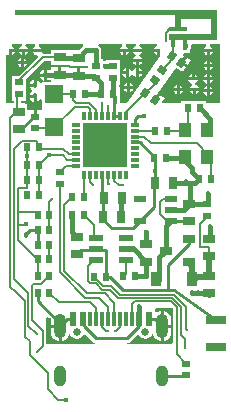
<source format=gtl>
G04*
G04 #@! TF.GenerationSoftware,Altium Limited,Altium Designer,20.1.11 (218)*
G04*
G04 Layer_Physical_Order=1*
G04 Layer_Color=255*
%FSLAX25Y25*%
%MOIN*%
G70*
G04*
G04 #@! TF.SameCoordinates,01B7F1E6-864A-458B-A1BD-962147C64F84*
G04*
G04*
G04 #@! TF.FilePolarity,Positive*
G04*
G01*
G75*
%ADD10R,0.02756X0.02362*%
%ADD11R,0.07000X0.03000*%
%ADD12R,0.02362X0.04528*%
%ADD13R,0.01181X0.04528*%
G04:AMPARAMS|DCode=14|XSize=23.62mil|YSize=27.56mil|CornerRadius=0mil|HoleSize=0mil|Usage=FLASHONLY|Rotation=145.000|XOffset=0mil|YOffset=0mil|HoleType=Round|Shape=Rectangle|*
%AMROTATEDRECTD14*
4,1,4,0.01758,0.00451,0.00177,-0.01806,-0.01758,-0.00451,-0.00177,0.01806,0.01758,0.00451,0.0*
%
%ADD14ROTATEDRECTD14*%

%ADD15R,0.03937X0.03150*%
%ADD16R,0.03543X0.04724*%
%ADD17R,0.03543X0.04724*%
%ADD18R,0.02362X0.02756*%
%ADD19R,0.01181X0.03150*%
%ADD20R,0.03150X0.01181*%
%ADD21R,0.14764X0.14764*%
G04:AMPARAMS|DCode=22|XSize=23.62mil|YSize=39.37mil|CornerRadius=1.18mil|HoleSize=0mil|Usage=FLASHONLY|Rotation=90.000|XOffset=0mil|YOffset=0mil|HoleType=Round|Shape=RoundedRectangle|*
%AMROUNDEDRECTD22*
21,1,0.02362,0.03701,0,0,90.0*
21,1,0.02126,0.03937,0,0,90.0*
1,1,0.00236,0.01850,0.01063*
1,1,0.00236,0.01850,-0.01063*
1,1,0.00236,-0.01850,-0.01063*
1,1,0.00236,-0.01850,0.01063*
%
%ADD22ROUNDEDRECTD22*%
%ADD23R,0.04724X0.02362*%
%ADD24R,0.03150X0.03937*%
%ADD25R,0.03937X0.02362*%
%ADD26R,0.04331X0.05118*%
G04:AMPARAMS|DCode=27|XSize=23.62mil|YSize=27.56mil|CornerRadius=0mil|HoleSize=0mil|Usage=FLASHONLY|Rotation=55.000|XOffset=0mil|YOffset=0mil|HoleType=Round|Shape=Rectangle|*
%AMROTATEDRECTD27*
4,1,4,0.00451,-0.01758,-0.01806,-0.00177,-0.00451,0.01758,0.01806,0.00177,0.00451,-0.01758,0.0*
%
%ADD27ROTATEDRECTD27*%

%ADD28R,0.05906X0.05906*%
%ADD53C,0.00800*%
%ADD54C,0.00500*%
%ADD55C,0.01000*%
%ADD56C,0.01500*%
%ADD57C,0.02000*%
%ADD58C,0.00787*%
%ADD59R,0.01500X0.05518*%
%ADD60R,0.01500X0.04426*%
%ADD61O,0.03937X0.07087*%
%ADD62C,0.02559*%
%ADD63O,0.03937X0.08268*%
%ADD64C,0.01181*%
%ADD65C,0.01500*%
%ADD66C,0.01800*%
G36*
X77500Y133500D02*
Y127500D01*
Y126500D01*
X61526D01*
Y128500D01*
X75500D01*
Y133500D01*
X65500D01*
Y130895D01*
X67402D01*
Y129395D01*
X61402D01*
Y130895D01*
X63500D01*
Y133500D01*
Y134699D01*
X10000D01*
Y136500D01*
X77500D01*
Y133500D01*
D02*
G37*
G36*
X12339Y125000D02*
X12388Y124500D01*
X12379Y124498D01*
X11853Y124147D01*
X11502Y123621D01*
X11478Y123500D01*
X14522D01*
X14498Y123621D01*
X14147Y124147D01*
X13621Y124498D01*
X13612Y124500D01*
X13661Y125000D01*
X16839D01*
X16888Y124500D01*
X16879Y124498D01*
X16353Y124147D01*
X16002Y123621D01*
X15978Y123500D01*
X19022D01*
X18998Y123621D01*
X18647Y124147D01*
X18121Y124498D01*
X18112Y124500D01*
X18161Y125000D01*
X32693D01*
X32845Y124500D01*
X32701Y124404D01*
X32701Y124404D01*
X31420Y123123D01*
X28400D01*
X28400Y123123D01*
X27987Y123278D01*
Y123278D01*
X27964Y123278D01*
X22050D01*
Y121978D01*
X19359D01*
X19327Y121972D01*
X18998Y122379D01*
X19022Y122500D01*
X15978D01*
X16002Y122379D01*
X16353Y121853D01*
X16879Y121502D01*
X17500Y121378D01*
X17530Y121384D01*
X17776Y120923D01*
X11350Y114497D01*
X9093D01*
Y110135D01*
Y106198D01*
X9696D01*
Y105449D01*
X7000D01*
X7000Y121534D01*
X7034Y121564D01*
X7500Y121755D01*
X7879Y121502D01*
X8000Y121478D01*
Y123000D01*
X8500D01*
Y123500D01*
X10022D01*
X9998Y123621D01*
X9647Y124147D01*
X9121Y124498D01*
X9112Y124500D01*
X9161Y125000D01*
X12339D01*
D02*
G37*
G36*
X73839Y125000D02*
X73888Y124500D01*
X73879Y124498D01*
X73353Y124147D01*
X73002Y123621D01*
X72978Y123500D01*
X76022D01*
X75998Y123621D01*
X75647Y124147D01*
X75121Y124498D01*
X75112Y124500D01*
X75161Y125000D01*
X78500D01*
X78500Y105449D01*
X73949D01*
Y106208D01*
X65649D01*
Y105449D01*
X59397D01*
X59166Y105893D01*
X60001Y107086D01*
X58624Y108050D01*
X57260Y106102D01*
X56441Y106675D01*
X57963Y108849D01*
X57944Y108961D01*
X63933Y117254D01*
X66039Y115779D01*
X67116Y117318D01*
X65329Y118569D01*
X65616Y118978D01*
X65326Y119182D01*
X65902Y119980D01*
X65758Y120053D01*
X66571Y121213D01*
X66189Y121480D01*
X66346Y121980D01*
X67612D01*
X68002Y122058D01*
X68333Y122279D01*
X68554Y122610D01*
X68631Y123000D01*
Y123521D01*
X68790Y123759D01*
X68937Y124500D01*
X68915Y124613D01*
X69232Y125000D01*
X73839D01*
D02*
G37*
G36*
X22050Y118129D02*
X27987D01*
X27987Y118129D01*
X28329Y118000D01*
X28400D01*
Y117973D01*
X34337D01*
Y117973D01*
X34622Y117856D01*
Y117599D01*
X34170Y117217D01*
X31868D01*
Y114643D01*
X30869D01*
Y117217D01*
X28400D01*
X28400Y117217D01*
X27987Y117373D01*
Y117373D01*
X27964Y117373D01*
X25518D01*
Y114798D01*
X24518D01*
Y117373D01*
X22050D01*
Y116582D01*
X20952D01*
X20943Y116588D01*
X20702Y116636D01*
Y114798D01*
Y112960D01*
X20943Y113008D01*
X20952Y113014D01*
X22050D01*
Y112346D01*
X19154D01*
Y112255D01*
X18654Y112202D01*
X18234Y112830D01*
X17606Y113250D01*
X17365Y113298D01*
Y111461D01*
X16865D01*
Y110961D01*
X15027D01*
X15075Y110719D01*
X15495Y110091D01*
X15837Y109862D01*
Y109261D01*
X15495Y109032D01*
X15075Y108404D01*
X15027Y108163D01*
X16865D01*
Y107663D01*
X17365D01*
Y105825D01*
X17606Y105873D01*
X18234Y106293D01*
X18500Y106690D01*
X19000Y106539D01*
Y103100D01*
X17365D01*
Y100919D01*
X16364D01*
Y103100D01*
X14487D01*
X14301Y103523D01*
Y105177D01*
X13500D01*
Y105449D01*
X12245D01*
Y106198D01*
X13849D01*
Y110135D01*
Y112349D01*
Y113391D01*
X19886Y119429D01*
X22050D01*
Y118129D01*
D02*
G37*
G36*
X45839Y125000D02*
X45888Y124500D01*
X45879Y124498D01*
X45353Y124147D01*
X45002Y123621D01*
X44978Y123500D01*
X48022D01*
X47998Y123621D01*
X47647Y124147D01*
X47121Y124498D01*
X47112Y124500D01*
X47161Y125000D01*
X50339D01*
X50388Y124500D01*
X50379Y124498D01*
X49853Y124147D01*
X49502Y123621D01*
X49478Y123500D01*
X52522D01*
X52498Y123621D01*
X52147Y124147D01*
X51621Y124498D01*
X51612Y124500D01*
X51661Y125000D01*
X57339D01*
X57388Y124500D01*
X57379Y124498D01*
X56853Y124147D01*
X56502Y123621D01*
X56478Y123500D01*
X58000D01*
Y123000D01*
X58500D01*
Y121157D01*
X58608Y120990D01*
X47614Y105449D01*
X45071D01*
X45029Y105500D01*
Y106040D01*
X45064D01*
Y110795D01*
X44667D01*
Y111552D01*
X45232D01*
Y115489D01*
Y119851D01*
X40476D01*
Y119455D01*
X40117D01*
X39906Y119413D01*
X39520Y119730D01*
Y120089D01*
X38831D01*
Y123000D01*
X38695Y123683D01*
X38309Y124262D01*
X38167Y124356D01*
X38120Y124404D01*
X37975Y124500D01*
X38127Y125000D01*
X45839Y125000D01*
D02*
G37*
G36*
X62726Y36972D02*
Y25725D01*
X62000Y25000D01*
X47697D01*
X47648Y25500D01*
X48085Y25587D01*
X48581Y25919D01*
X50578Y27915D01*
X50583Y27919D01*
X50936Y28271D01*
X51492Y28120D01*
X51917Y27485D01*
X52671Y26981D01*
X53561Y26804D01*
X54450Y26981D01*
X55204Y27485D01*
X55708Y28238D01*
X55753Y28467D01*
X56260Y28450D01*
X56299Y28156D01*
X56598Y27434D01*
X57073Y26814D01*
X57693Y26338D01*
X58416Y26039D01*
X58691Y26003D01*
Y31097D01*
Y36190D01*
X58416Y36154D01*
X57693Y35855D01*
X57462Y35677D01*
X56962Y35924D01*
Y36624D01*
X57262Y37000D01*
X62698D01*
X62726Y36972D01*
D02*
G37*
G36*
X21500Y33971D02*
X21777Y34026D01*
X22229Y33627D01*
X22181Y33262D01*
Y31596D01*
X25175D01*
Y31096D01*
X25675D01*
Y26003D01*
X25950Y26039D01*
X26672Y26338D01*
X27292Y26814D01*
X27768Y27434D01*
X28067Y28156D01*
X28106Y28450D01*
X28612Y28467D01*
X28657Y28238D01*
X29161Y27485D01*
X29915Y26981D01*
X30805Y26804D01*
X31694Y26981D01*
X32448Y27485D01*
X32928Y28202D01*
X33026Y28279D01*
X33434Y28403D01*
X35919Y25919D01*
X36415Y25587D01*
X36852Y25500D01*
X36803Y25000D01*
X20645D01*
Y29629D01*
X20548Y30117D01*
X20500Y30189D01*
Y33809D01*
X21000Y34070D01*
X21500Y33971D01*
D02*
G37*
%LPC*%
G36*
X14522Y122500D02*
X13500D01*
Y121478D01*
X13621Y121502D01*
X14147Y121853D01*
X14498Y122379D01*
X14522Y122500D01*
D02*
G37*
G36*
X12500D02*
X11478D01*
X11502Y122379D01*
X11853Y121853D01*
X12379Y121502D01*
X12500Y121478D01*
Y122500D01*
D02*
G37*
G36*
X10022D02*
X9000D01*
Y121478D01*
X9121Y121502D01*
X9647Y121853D01*
X9998Y122379D01*
X10022Y122500D01*
D02*
G37*
G36*
X13000Y120522D02*
Y119500D01*
X14022D01*
X13998Y119621D01*
X13647Y120147D01*
X13121Y120498D01*
X13000Y120522D01*
D02*
G37*
G36*
X12000D02*
X11879Y120498D01*
X11353Y120147D01*
X11002Y119621D01*
X10978Y119500D01*
X12000D01*
Y120522D01*
D02*
G37*
G36*
X14022Y118500D02*
X13000D01*
Y117478D01*
X13121Y117502D01*
X13647Y117853D01*
X13998Y118379D01*
X14022Y118500D01*
D02*
G37*
G36*
X12000D02*
X10978D01*
X11002Y118379D01*
X11353Y117853D01*
X11879Y117502D01*
X12000Y117478D01*
Y118500D01*
D02*
G37*
G36*
X76022Y122500D02*
X75000D01*
Y121478D01*
X75121Y121502D01*
X75647Y121853D01*
X75998Y122379D01*
X76022Y122500D01*
D02*
G37*
G36*
X74000D02*
X72978D01*
X73002Y122379D01*
X73353Y121853D01*
X73879Y121502D01*
X74000Y121478D01*
Y122500D01*
D02*
G37*
G36*
X75000Y119522D02*
Y118500D01*
X76022D01*
X75998Y118621D01*
X75647Y119147D01*
X75121Y119498D01*
X75000Y119522D01*
D02*
G37*
G36*
X74000D02*
X73879Y119498D01*
X73353Y119147D01*
X73002Y118621D01*
X72978Y118500D01*
X74000D01*
Y119522D01*
D02*
G37*
G36*
X67390Y120639D02*
X66313Y119101D01*
X67690Y118137D01*
X68767Y119675D01*
X67390Y120639D01*
D02*
G37*
G36*
X76022Y117500D02*
X75000D01*
Y116478D01*
X75121Y116502D01*
X75647Y116853D01*
X75998Y117379D01*
X76022Y117500D01*
D02*
G37*
G36*
X74000D02*
X72978D01*
X73002Y117379D01*
X73353Y116853D01*
X73879Y116502D01*
X74000Y116478D01*
Y117500D01*
D02*
G37*
G36*
X75000Y115022D02*
Y114000D01*
X76022D01*
X75998Y114121D01*
X75647Y114647D01*
X75121Y114998D01*
X75000Y115022D01*
D02*
G37*
G36*
X74000D02*
X73879Y114998D01*
X73353Y114647D01*
X73002Y114121D01*
X72978Y114000D01*
X74000D01*
Y115022D01*
D02*
G37*
G36*
X70000D02*
Y114000D01*
X71022D01*
X70998Y114121D01*
X70647Y114647D01*
X70121Y114998D01*
X70000Y115022D01*
D02*
G37*
G36*
X69000D02*
X68879Y114998D01*
X68353Y114647D01*
X68002Y114121D01*
X67978Y114000D01*
X69000D01*
Y115022D01*
D02*
G37*
G36*
X76022Y113000D02*
X75000D01*
Y111978D01*
X75121Y112002D01*
X75647Y112353D01*
X75998Y112879D01*
X76022Y113000D01*
D02*
G37*
G36*
X74000D02*
X72978D01*
X73002Y112879D01*
X73353Y112353D01*
X73879Y112002D01*
X74000Y111978D01*
Y113000D01*
D02*
G37*
G36*
X71022D02*
X67978D01*
X68002Y112879D01*
X68353Y112353D01*
X68879Y112002D01*
X69205Y111937D01*
X69213Y111917D01*
X69257Y111417D01*
X68853Y111147D01*
X68502Y110621D01*
X68478Y110500D01*
X71522D01*
X71498Y110621D01*
X71147Y111147D01*
X70621Y111498D01*
X70295Y111563D01*
X70287Y111583D01*
X70243Y112083D01*
X70647Y112353D01*
X70998Y112879D01*
X71022Y113000D01*
D02*
G37*
G36*
X65000Y111522D02*
Y110500D01*
X66022D01*
X65998Y110621D01*
X65647Y111147D01*
X65121Y111498D01*
X65000Y111522D01*
D02*
G37*
G36*
X64000D02*
X63879Y111498D01*
X63353Y111147D01*
X63002Y110621D01*
X62978Y110500D01*
X64000D01*
Y111522D01*
D02*
G37*
G36*
X75000Y111022D02*
Y110000D01*
X76022D01*
X75998Y110121D01*
X75647Y110647D01*
X75121Y110998D01*
X75000Y111022D01*
D02*
G37*
G36*
X74000D02*
X73879Y110998D01*
X73353Y110647D01*
X73002Y110121D01*
X72978Y110000D01*
X74000D01*
Y111022D01*
D02*
G37*
G36*
X71522Y109500D02*
X70500D01*
Y108478D01*
X70621Y108502D01*
X71147Y108853D01*
X71498Y109379D01*
X71522Y109500D01*
D02*
G37*
G36*
X69500D02*
X68478D01*
X68502Y109379D01*
X68853Y108853D01*
X69379Y108502D01*
X69500Y108478D01*
Y109500D01*
D02*
G37*
G36*
X66022D02*
X65000D01*
Y108478D01*
X65121Y108502D01*
X65647Y108853D01*
X65998Y109379D01*
X66022Y109500D01*
D02*
G37*
G36*
X64000D02*
X62978D01*
X63002Y109379D01*
X63353Y108853D01*
X63879Y108502D01*
X64000Y108478D01*
Y109500D01*
D02*
G37*
G36*
X76022Y109000D02*
X75000D01*
Y107978D01*
X75121Y108002D01*
X75647Y108353D01*
X75998Y108879D01*
X76022Y109000D01*
D02*
G37*
G36*
X74000D02*
X72978D01*
X73002Y108879D01*
X73353Y108353D01*
X73879Y108002D01*
X74000Y107978D01*
Y109000D01*
D02*
G37*
G36*
X19702Y116636D02*
X19461Y116588D01*
X18832Y116168D01*
X18412Y115539D01*
X18364Y115298D01*
X19702D01*
Y116636D01*
D02*
G37*
G36*
Y114298D02*
X18364D01*
X18412Y114057D01*
X18832Y113428D01*
X19461Y113008D01*
X19702Y112960D01*
Y114298D01*
D02*
G37*
G36*
X16365Y113298D02*
X16123Y113250D01*
X15495Y112830D01*
X15075Y112202D01*
X15027Y111961D01*
X16365D01*
Y113298D01*
D02*
G37*
G36*
Y107163D02*
X15027D01*
X15075Y106921D01*
X15495Y106293D01*
X16123Y105873D01*
X16365Y105825D01*
Y107163D01*
D02*
G37*
G36*
X57500Y122500D02*
X56478D01*
X56502Y122379D01*
X56853Y121853D01*
X57379Y121502D01*
X57500Y121478D01*
Y122500D01*
D02*
G37*
G36*
X48022D02*
X47000D01*
Y121478D01*
X47121Y121502D01*
X47647Y121853D01*
X47998Y122379D01*
X48022Y122500D01*
D02*
G37*
G36*
X46000D02*
X44978D01*
X45002Y122379D01*
X45353Y121853D01*
X45879Y121502D01*
X46000Y121478D01*
Y122500D01*
D02*
G37*
G36*
X52522D02*
X49478D01*
X49502Y122379D01*
X49853Y121853D01*
X50372Y121507D01*
X50379Y121466D01*
Y121034D01*
X50372Y120993D01*
X49853Y120647D01*
X49502Y120121D01*
X49478Y120000D01*
X52522D01*
X52498Y120121D01*
X52147Y120647D01*
X51628Y120993D01*
X51621Y121034D01*
Y121466D01*
X51628Y121507D01*
X52147Y121853D01*
X52498Y122379D01*
X52522Y122500D01*
D02*
G37*
G36*
Y119000D02*
X51500D01*
Y117978D01*
X51621Y118002D01*
X52147Y118353D01*
X52498Y118879D01*
X52522Y119000D01*
D02*
G37*
G36*
X50500D02*
X49478D01*
X49502Y118879D01*
X49853Y118353D01*
X50379Y118002D01*
X50500Y117978D01*
Y119000D01*
D02*
G37*
G36*
Y117022D02*
X50379Y116998D01*
X49853Y116647D01*
X49507Y116128D01*
X49466Y116121D01*
X49034D01*
X48993Y116128D01*
X48647Y116647D01*
X48121Y116998D01*
X48000Y117022D01*
Y115500D01*
Y113978D01*
X48121Y114002D01*
X48647Y114353D01*
X48993Y114872D01*
X49034Y114879D01*
X49466D01*
X49507Y114872D01*
X49853Y114353D01*
X50379Y114002D01*
X50500Y113978D01*
Y115500D01*
Y117022D01*
D02*
G37*
G36*
X51500D02*
Y116000D01*
X52522D01*
X52498Y116121D01*
X52147Y116647D01*
X51621Y116998D01*
X51500Y117022D01*
D02*
G37*
G36*
X47000D02*
X46879Y116998D01*
X46353Y116647D01*
X46002Y116121D01*
X45978Y116000D01*
X47000D01*
Y117022D01*
D02*
G37*
G36*
X52522Y115000D02*
X51500D01*
Y113978D01*
X51621Y114002D01*
X52147Y114353D01*
X52498Y114879D01*
X52522Y115000D01*
D02*
G37*
G36*
X47000D02*
X45978D01*
X46002Y114879D01*
X46353Y114353D01*
X46879Y114002D01*
X47000Y113978D01*
Y115000D01*
D02*
G37*
G36*
X48500Y112022D02*
Y111000D01*
X49522D01*
X49498Y111121D01*
X49147Y111647D01*
X48621Y111998D01*
X48500Y112022D01*
D02*
G37*
G36*
X47500D02*
X47379Y111998D01*
X46853Y111647D01*
X46502Y111121D01*
X46478Y111000D01*
X47500D01*
Y112022D01*
D02*
G37*
G36*
X49522Y110000D02*
X48500D01*
Y108978D01*
X48621Y109002D01*
X49147Y109353D01*
X49498Y109879D01*
X49522Y110000D01*
D02*
G37*
G36*
X47500D02*
X46478D01*
X46502Y109879D01*
X46853Y109353D01*
X47379Y109002D01*
X47500Y108978D01*
Y110000D01*
D02*
G37*
G36*
X59691Y36190D02*
Y31596D01*
X62185D01*
Y33262D01*
X62083Y34037D01*
X61783Y34759D01*
X61308Y35379D01*
X60688Y35855D01*
X59965Y36154D01*
X59691Y36190D01*
D02*
G37*
G36*
X62185Y30597D02*
X59691D01*
Y26003D01*
X59965Y26039D01*
X60688Y26338D01*
X61308Y26814D01*
X61783Y27434D01*
X62083Y28156D01*
X62185Y28931D01*
Y30597D01*
D02*
G37*
G36*
X24675Y30596D02*
X22181D01*
Y28931D01*
X22283Y28156D01*
X22582Y27434D01*
X23058Y26814D01*
X23678Y26338D01*
X24400Y26039D01*
X24675Y26003D01*
Y30596D01*
D02*
G37*
%LPD*%
D10*
X67278Y18618D02*
D03*
Y14681D02*
D03*
X11471Y108379D02*
D03*
Y112316D02*
D03*
X74122Y71764D02*
D03*
Y67827D02*
D03*
X42854Y117670D02*
D03*
Y113733D02*
D03*
X37142Y113971D02*
D03*
Y117908D02*
D03*
X16865Y96982D02*
D03*
Y100919D02*
D03*
X25065Y78519D02*
D03*
Y82456D02*
D03*
D11*
X77000Y24000D02*
D03*
Y33000D02*
D03*
D12*
X54781Y33360D02*
D03*
X51631D02*
D03*
X29584D02*
D03*
X32734D02*
D03*
D13*
X49072D02*
D03*
X47104D02*
D03*
X35293D02*
D03*
X37261D02*
D03*
X39230D02*
D03*
X45135D02*
D03*
X43167D02*
D03*
X41198D02*
D03*
D14*
X65616Y118978D02*
D03*
X56851Y106389D02*
D03*
X53626Y108647D02*
D03*
X62391Y121236D02*
D03*
D15*
X74866Y41996D02*
D03*
Y47902D02*
D03*
X11332Y96697D02*
D03*
Y102603D02*
D03*
X53836Y58525D02*
D03*
Y52620D02*
D03*
X68151Y66014D02*
D03*
Y71920D02*
D03*
X30869Y55068D02*
D03*
Y60974D02*
D03*
X74835Y54380D02*
D03*
Y60285D02*
D03*
X31368Y114643D02*
D03*
Y120548D02*
D03*
X25018Y114798D02*
D03*
Y120703D02*
D03*
D16*
X69300Y46800D02*
D03*
D17*
X57300D02*
D03*
D18*
X21618Y53500D02*
D03*
X17681D02*
D03*
Y58000D02*
D03*
X21618D02*
D03*
X40465Y47573D02*
D03*
X36528D02*
D03*
X46278Y47653D02*
D03*
X50215D02*
D03*
X33142Y68073D02*
D03*
X29205D02*
D03*
X17681Y42222D02*
D03*
X21618D02*
D03*
X67830Y103830D02*
D03*
X71767D02*
D03*
X56830Y96256D02*
D03*
X60767D02*
D03*
X21618Y68278D02*
D03*
X17681D02*
D03*
X18118Y79778D02*
D03*
X14181D02*
D03*
X75355Y80115D02*
D03*
X71418D02*
D03*
X17681Y63122D02*
D03*
X21618D02*
D03*
X14181Y74722D02*
D03*
X18118D02*
D03*
X60559Y87014D02*
D03*
X56622D02*
D03*
X38946Y108418D02*
D03*
X42883D02*
D03*
X33142Y74002D02*
D03*
X29205D02*
D03*
X29587Y108573D02*
D03*
X33524D02*
D03*
X18018Y84656D02*
D03*
X14081D02*
D03*
X17681Y47722D02*
D03*
X21618D02*
D03*
X14081Y90666D02*
D03*
X18018D02*
D03*
D19*
X47072Y101181D02*
D03*
X45104D02*
D03*
X43135D02*
D03*
X41167D02*
D03*
X39198D02*
D03*
X37230D02*
D03*
X35261D02*
D03*
X33293D02*
D03*
Y81496D02*
D03*
X35261D02*
D03*
X37230D02*
D03*
X39198D02*
D03*
X41167D02*
D03*
X43135D02*
D03*
X45104D02*
D03*
X47072D02*
D03*
D20*
X30340Y98228D02*
D03*
Y96260D02*
D03*
Y94291D02*
D03*
Y92323D02*
D03*
Y90354D02*
D03*
Y88386D02*
D03*
Y86417D02*
D03*
Y84449D02*
D03*
X50025D02*
D03*
Y86417D02*
D03*
Y88386D02*
D03*
Y90354D02*
D03*
Y92323D02*
D03*
Y94291D02*
D03*
Y96260D02*
D03*
Y98228D02*
D03*
D21*
X40183Y91339D02*
D03*
D22*
X60342Y56291D02*
D03*
X68216Y60031D02*
D03*
Y52551D02*
D03*
D23*
X47105Y60547D02*
D03*
Y56807D02*
D03*
Y53067D02*
D03*
X37262D02*
D03*
Y56807D02*
D03*
Y60547D02*
D03*
D24*
X39659Y67632D02*
D03*
X45565D02*
D03*
X62897Y78869D02*
D03*
X56992D02*
D03*
X45752Y73869D02*
D03*
X39847D02*
D03*
D25*
X62005Y73492D02*
D03*
Y69752D02*
D03*
Y66012D02*
D03*
X51768Y73492D02*
D03*
Y66012D02*
D03*
D26*
X66811Y87392D02*
D03*
X74292D02*
D03*
X66811Y96447D02*
D03*
X74292D02*
D03*
D27*
X56914Y113146D02*
D03*
X59172Y116371D02*
D03*
D28*
X23106Y108394D02*
D03*
Y97394D02*
D03*
D53*
X56180Y111285D02*
X56744Y112130D01*
X56942Y113126D01*
X61227Y118425D02*
X61859Y119249D01*
X62256Y120208D01*
X62391Y121236D01*
X11267Y64916D02*
X13926D01*
X11267Y64916D02*
X11267Y64916D01*
X13926D02*
Y65028D01*
X11294Y65500D02*
Y69256D01*
X11267Y59764D02*
Y65500D01*
Y59764D02*
X17531Y53500D01*
X11294Y69256D02*
X16703D01*
X11294Y77000D02*
X14181D01*
X11294Y69256D02*
Y77000D01*
X39000Y101380D02*
Y105449D01*
X39198Y74017D02*
X39847Y73369D01*
X16703Y69256D02*
X17681Y68278D01*
X14181Y77000D02*
Y79778D01*
X17681Y47722D02*
Y53500D01*
X14081Y79878D02*
Y84656D01*
Y79878D02*
X14181Y79778D01*
X14081Y84656D02*
Y87661D01*
Y90666D01*
X60500Y126091D02*
Y129000D01*
X60750Y129250D02*
X61645Y130145D01*
X60500Y129000D02*
X60750Y129250D01*
X53626Y108647D02*
Y108731D01*
X56942Y113126D02*
Y113126D01*
X53626Y108731D02*
X56180Y111285D01*
Y111285D02*
Y111285D01*
X59172Y116371D02*
X61227Y118425D01*
X62740Y124740D02*
X63000Y125000D01*
X62391Y121236D02*
X62740Y121586D01*
Y124740D01*
X47072Y102572D02*
X53386Y108886D01*
X53626Y108647D01*
X47072Y101181D02*
Y102572D01*
X39000Y101380D02*
X39198Y101181D01*
D54*
X25000Y49000D02*
X33500Y40500D01*
X25000Y49000D02*
Y78519D01*
X33500Y40500D02*
X38152D01*
X26500Y49621D02*
Y71500D01*
X34121Y42000D02*
X40000D01*
X26500Y49621D02*
X34121Y42000D01*
X41167Y36833D02*
Y37485D01*
X38152Y40500D02*
X41167Y37485D01*
X43167Y36833D02*
Y38833D01*
X40000Y42000D02*
X43167Y38833D01*
X41812Y43232D02*
X44544Y40500D01*
X37055Y45445D02*
X39268Y43232D01*
X41812D01*
X44544Y40500D02*
X62500D01*
X42000Y44500D02*
X45000Y41500D01*
X36528Y47472D02*
X39500Y44500D01*
X42000D01*
X45000Y41500D02*
X63000D01*
X43135Y79537D02*
X44673Y78000D01*
X46000D01*
X9725Y46775D02*
X14500Y42000D01*
X9725Y90163D02*
X12346Y92784D01*
X9725Y46775D02*
Y90163D01*
X8614Y44270D02*
X10384Y42500D01*
X8614Y44270D02*
Y93886D01*
X49072Y33360D02*
Y38572D01*
X50000Y39500D01*
X62000D01*
X64000Y37500D01*
Y21896D02*
Y37500D01*
Y21896D02*
X67278Y18618D01*
X66833Y23869D02*
Y26694D01*
X65500Y28028D02*
Y37500D01*
Y28028D02*
X66833Y26694D01*
X62500Y40500D02*
X65500Y37500D01*
X67000Y30036D02*
Y37500D01*
X63000Y41500D02*
X67000Y37500D01*
X10971Y112316D02*
X19359Y120703D01*
X10971Y102741D02*
Y108379D01*
X35261Y79248D02*
X36259Y78250D01*
X21618Y72618D02*
X22500Y73500D01*
X21618Y68278D02*
Y72618D01*
X25065Y82456D02*
X27065Y84456D01*
X21618Y53500D02*
Y58000D01*
X21000Y10000D02*
Y15500D01*
X24500Y6500D02*
X27306D01*
X21000Y10000D02*
X24500Y6500D01*
X15000Y21500D02*
X21000Y15500D01*
X15000Y21500D02*
Y26000D01*
X17333Y22369D02*
X19371Y24407D01*
X13500Y27500D02*
X15000Y26000D01*
X10384Y42500D02*
X13500Y39384D01*
Y27500D02*
Y39384D01*
X74835Y54380D02*
Y57516D01*
X71901D02*
Y65106D01*
Y57516D02*
X74835D01*
X39201Y33331D02*
X39230Y33360D01*
X41085Y29544D02*
X41224Y29404D01*
X39201Y30716D02*
X40374Y29544D01*
X43500Y29500D02*
X43943D01*
X40374Y29544D02*
X41085D01*
X39201Y30716D02*
Y33331D01*
X24759Y39081D02*
X35261D01*
X21618Y42222D02*
X24759Y39081D01*
X35261D02*
X37261Y37081D01*
X67000Y30036D02*
X67174D01*
X67340Y29869D01*
X33142Y68073D02*
X36500Y64715D01*
Y61309D02*
X37262Y60547D01*
X36500Y61309D02*
Y64715D01*
X14500Y31202D02*
X17333Y28369D01*
X14500Y31202D02*
Y42000D01*
X15718Y33282D02*
X19371Y29629D01*
X15718Y33282D02*
Y44445D01*
X16273Y45000D01*
X19371Y24407D02*
Y29629D01*
X37261Y33360D02*
Y37081D01*
X41178Y78344D02*
X41189Y78333D01*
X41341D01*
X41178Y78344D02*
Y81485D01*
X43943Y29500D02*
X45135Y30693D01*
Y33360D01*
X43167D02*
Y36833D01*
X71901Y65106D02*
X74622Y67827D01*
X74835Y53380D02*
Y54380D01*
X41198Y33360D02*
Y36680D01*
X16273Y45000D02*
X18896D01*
X8614Y93886D02*
Y100384D01*
X10971Y102741D01*
X18896Y45000D02*
X21618Y47722D01*
X18118Y74722D02*
Y79778D01*
X21618Y63122D02*
Y68278D01*
X18018Y84656D02*
X18118Y84556D01*
Y79778D02*
Y84556D01*
X18018Y84656D02*
X21362Y88000D01*
X17434Y91250D02*
Y92784D01*
X12346D02*
X12579D01*
X15583D02*
X17434D01*
X12579D02*
X12589Y92794D01*
X15573D01*
X15583Y92784D01*
X17434Y91250D02*
X18018Y90666D01*
X18434Y90250D02*
X26250D01*
X18018Y90666D02*
X18434Y90250D01*
X26250Y90250D02*
X28114Y88386D01*
X34500Y45981D02*
X35036Y45445D01*
X37055D01*
X34500Y45981D02*
Y51000D01*
X36567Y53067D02*
X37262D01*
X34500Y51000D02*
X36567Y53067D01*
X36528Y47472D02*
Y47573D01*
X47105Y48480D02*
Y53067D01*
X46278Y47653D02*
X47105Y48480D01*
X26500Y71500D02*
X29002Y74002D01*
X29205D01*
X55500Y92000D02*
X70683D01*
X50025Y94291D02*
X53209D01*
X55500Y92000D01*
X26000Y88000D02*
X27500Y86500D01*
X21362Y88000D02*
X26000D01*
X19359Y120703D02*
X25018D01*
X58500Y68393D02*
X60882Y66012D01*
X58500Y72342D02*
X59650Y73492D01*
X58500Y68393D02*
Y72342D01*
X70683Y92000D02*
X75292Y87392D01*
X59650Y73492D02*
X62005D01*
X60882Y66012D02*
X62005D01*
X75292Y87392D02*
X75355Y87328D01*
Y80115D02*
Y87328D01*
X67811Y103811D02*
X67830Y103830D01*
X67811Y96447D02*
Y103811D01*
X67620Y96256D02*
X67811Y96447D01*
X60767Y96256D02*
X67620D01*
X56826Y96260D02*
X56830Y96256D01*
X50025Y96260D02*
X56826D01*
X41167Y81496D02*
X41178Y81485D01*
X35261Y79248D02*
Y81496D01*
X43135Y79537D02*
Y81496D01*
X30257Y86500D02*
X30340Y86417D01*
X27500Y86500D02*
X30257D01*
X28114Y88386D02*
X30340D01*
X34954Y105577D02*
X37230Y103301D01*
Y101181D02*
Y103301D01*
X41167Y101181D02*
Y104333D01*
X22694Y96982D02*
X23106Y97394D01*
X16865Y96982D02*
X22694D01*
X29587Y106586D02*
Y108573D01*
X30596Y105577D02*
X34954D01*
X29587Y106586D02*
X30596Y105577D01*
X30020Y104308D02*
X34515D01*
X35261Y101181D02*
Y103561D01*
X34515Y104308D02*
X35261Y103561D01*
X23106Y97394D02*
X30020Y104308D01*
X29407Y108394D02*
X29587Y108573D01*
X23106Y108394D02*
X29407D01*
X33293Y74153D02*
Y81496D01*
X27065Y84456D02*
X30333D01*
D55*
X41000Y47573D02*
X41807D01*
X46133Y43248D02*
X61000D01*
X41807Y47573D02*
X46133Y43248D01*
X15122Y63122D02*
X17681D01*
X13547Y61547D02*
X15122Y63122D01*
X43135Y101181D02*
X45104D01*
X56927Y33360D02*
X59190Y31097D01*
X54781Y33360D02*
X56927D01*
X17681Y39319D02*
X25289Y31711D01*
X17681Y39319D02*
Y42222D01*
X13594Y61500D02*
X13684D01*
X13547Y61547D02*
X13547D01*
X13594Y61500D01*
X17681Y58150D02*
Y63122D01*
X67237Y14640D02*
X67278Y14681D01*
X59190Y14640D02*
X67237D01*
X37262Y56500D02*
X40624D01*
X32300D02*
X37262D01*
X63253Y43248D02*
X77000Y33000D01*
X61000Y43248D02*
X63253D01*
X68216Y58874D02*
Y60031D01*
X61000Y51500D02*
X68000Y58500D01*
Y58658D02*
X68216Y58874D01*
X68000Y58500D02*
Y58658D01*
X61000Y43248D02*
Y51500D01*
X39659Y67632D02*
Y73181D01*
Y66632D02*
Y67632D01*
X25175Y31097D02*
X27439Y33360D01*
X29584D01*
X37000Y27000D02*
X47500D01*
X49500Y29000D01*
X49502D01*
X51631Y31130D01*
Y33360D01*
X33000Y31000D02*
X37000Y27000D01*
X32734Y33360D02*
X33000Y33094D01*
Y31000D02*
Y33094D01*
X49564Y63807D02*
X51768Y66012D01*
X39659Y66632D02*
X42484Y63807D01*
X49564D01*
X11332Y96697D02*
X12197D01*
X10832D02*
X11332D01*
X40465Y47573D02*
X40624Y47733D01*
Y56500D01*
X30869Y55068D02*
X32300Y56500D01*
X16419Y100919D02*
X16865D01*
X12197Y96697D02*
X16419Y100919D01*
X51000Y101000D02*
X53250D01*
X56992Y82757D02*
Y86645D01*
Y78869D02*
Y82757D01*
X51768Y66012D02*
X56500Y70743D01*
Y78377D02*
X56992Y78869D01*
X56500Y70743D02*
Y78377D01*
X51768Y66012D02*
Y66012D01*
X50025Y98228D02*
Y100025D01*
X51000Y101000D01*
X56622Y87014D02*
Y87378D01*
X50025Y92323D02*
X51677D01*
X56622Y87378D01*
Y87014D02*
X56992Y86645D01*
X68649Y66012D02*
X68651Y66014D01*
X62005Y66012D02*
X68649D01*
X39659Y73181D02*
X39847Y73369D01*
X39198Y74017D02*
Y81496D01*
X43135Y101181D02*
Y108165D01*
X43500Y107800D01*
Y105500D02*
Y107800D01*
X42883Y108418D02*
X43135Y108165D01*
X31213Y114798D02*
X31368Y114643D01*
X25018Y120703D02*
X25174Y120548D01*
X42854Y113733D02*
X42883Y113704D01*
D56*
X75292Y96447D02*
Y100305D01*
X71767Y103830D02*
X75292Y100305D01*
X68651Y71920D02*
Y78520D01*
X60559Y87014D02*
X67434D01*
X62897Y78869D02*
X69000D01*
X75000Y60285D02*
Y64000D01*
X66483Y69752D02*
X68651Y71920D01*
X74362Y42000D02*
X74866Y41496D01*
X45565Y67632D02*
Y73181D01*
X29205Y62638D02*
Y68073D01*
X74122Y71764D02*
X74622D01*
X68807D02*
X74122D01*
X45565Y67132D02*
Y67632D01*
X51585Y33407D02*
X51631Y33360D01*
X51585Y33407D02*
Y37303D01*
X51538Y37350D02*
X51585Y37303D01*
X40117Y117670D02*
X42854D01*
X37047Y118003D02*
Y123000D01*
X29205Y62638D02*
X30869Y60974D01*
X53836Y58525D02*
Y62336D01*
X50215Y47653D02*
X53836D01*
X53836Y47653D02*
Y52620D01*
X53836Y47653D02*
X53836Y47653D01*
X71000Y42000D02*
X74362D01*
X69000D02*
X71000D01*
X58123Y46623D02*
Y54042D01*
X60342Y56260D02*
Y56291D01*
X58123Y54042D02*
X60342Y56260D01*
X60592Y64567D02*
Y64599D01*
X60342Y55791D02*
Y64317D01*
X60592Y64599D02*
X62005Y66012D01*
X60342Y64317D02*
X60592Y64567D01*
X57300Y45800D02*
X58123Y46623D01*
X49456Y57000D02*
X53836Y52620D01*
X47703Y57000D02*
X49456D01*
X67434Y87014D02*
X67500Y87080D01*
X69022Y82512D02*
Y83978D01*
X67500Y85500D02*
Y87080D01*
Y85500D02*
X69022Y83978D01*
X74500Y71886D02*
Y75000D01*
Y71886D02*
X74622Y71764D01*
X45565Y73181D02*
X45752Y73369D01*
X37000Y123000D02*
X37047D01*
Y118003D02*
X37142Y117908D01*
X31368Y120548D02*
X33962Y123142D01*
X36858D02*
X37000Y123000D01*
X33962Y123142D02*
X36858D01*
X20202Y114798D02*
X25018D01*
X68651Y71920D02*
X68807Y71764D01*
X62005Y69752D02*
X66483D01*
X69000Y78869D02*
X70171D01*
X68651Y78520D02*
X69000Y78869D01*
X70171D02*
X71418Y80115D01*
Y80116D01*
X69022Y82512D02*
X71418Y80116D01*
X45565Y66632D02*
X45752Y66819D01*
X38790Y108573D02*
X38946Y108418D01*
X33524Y108573D02*
X38790D01*
X38946Y108418D02*
Y112167D01*
X37142Y113971D02*
X38946Y112167D01*
X36471Y114643D02*
X37142Y113971D01*
X31368Y114643D02*
X36471D01*
X25018Y114798D02*
X31213D01*
X25174Y120548D02*
X31368D01*
X42883Y108418D02*
Y113704D01*
D57*
X69300Y45800D02*
X70960Y47460D01*
X74866Y47902D02*
Y50376D01*
Y47402D02*
Y47902D01*
X69300Y46800D02*
Y50967D01*
Y45800D02*
Y46800D01*
Y45800D02*
X69300D01*
X74808Y47460D02*
X74866Y47402D01*
X70960Y47460D02*
X74808D01*
X74866Y50376D02*
Y53350D01*
X68216Y52051D02*
X69300Y50967D01*
X74835Y53380D02*
X74866Y53350D01*
D58*
X33142Y74002D02*
X33293Y74153D01*
X30333Y84456D02*
X30340Y84449D01*
D59*
X66862Y125759D02*
D03*
D60*
X62862Y126305D02*
D03*
D61*
X59190Y14640D02*
D03*
X25175D02*
D03*
D62*
X53561Y29128D02*
D03*
X30805D02*
D03*
D63*
X25175Y31097D02*
D03*
X59190D02*
D03*
D64*
X41167Y36833D02*
D03*
X46000Y78000D02*
D03*
X66833Y23869D02*
D03*
X36259Y78250D02*
D03*
X22505Y73500D02*
D03*
X17333Y22369D02*
D03*
X43500Y29500D02*
D03*
X41224Y29404D02*
D03*
X67340Y29869D02*
D03*
X10384Y42500D02*
D03*
X17333Y28369D02*
D03*
X41341Y78333D02*
D03*
X43167Y36833D02*
D03*
X51000Y123000D02*
D03*
X12500Y119000D02*
D03*
X17500Y123000D02*
D03*
X13000D02*
D03*
X8500D02*
D03*
X47500Y115500D02*
D03*
X48000Y110500D02*
D03*
X51000Y115500D02*
D03*
Y119500D02*
D03*
X74500Y109500D02*
D03*
X70000Y110000D02*
D03*
X64500D02*
D03*
X69500Y113500D02*
D03*
X74500D02*
D03*
Y118000D02*
D03*
Y123000D02*
D03*
X58000D02*
D03*
X46500D02*
D03*
X39000Y105449D02*
D03*
X41167Y104333D02*
D03*
D65*
X13926Y65028D02*
D03*
X21362Y88000D02*
D03*
X79500Y24000D02*
D03*
X74500D02*
D03*
Y33000D02*
D03*
X79500D02*
D03*
X37142Y117908D02*
D03*
X40117Y117670D02*
D03*
X21618Y53500D02*
D03*
X11500Y102500D02*
D03*
X40435Y90126D02*
D03*
X45000Y90345D02*
D03*
X35500Y86000D02*
D03*
X45000Y85500D02*
D03*
X35500Y90000D02*
D03*
X45000Y95500D02*
D03*
X40000D02*
D03*
X35000D02*
D03*
X27306Y6500D02*
D03*
X53836Y62336D02*
D03*
X53250Y101000D02*
D03*
X74866Y50376D02*
D03*
D66*
X13684Y61500D02*
D03*
X14181Y74700D02*
D03*
X51538Y37350D02*
D03*
X29190Y64493D02*
D03*
X53836Y47653D02*
D03*
X47105Y60547D02*
D03*
X14081Y87661D02*
D03*
X71000Y42000D02*
D03*
X69000D02*
D03*
X67000Y124500D02*
D03*
X75000Y64000D02*
D03*
X74500Y75000D02*
D03*
X45608Y70829D02*
D03*
X56992Y82757D02*
D03*
X16865Y107663D02*
D03*
Y111461D02*
D03*
X20202Y114798D02*
D03*
X74000Y101500D02*
D03*
X69022Y82512D02*
D03*
X67000Y79000D02*
D03*
X68500Y76000D02*
D03*
M02*

</source>
